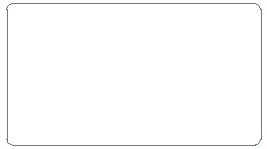
<source format=gbr>
%TF.GenerationSoftware,KiCad,Pcbnew,(6.0.5-0)*%
%TF.CreationDate,2022-07-05T23:04:03-07:00*%
%TF.ProjectId,trrs,74727273-2e6b-4696-9361-645f70636258,rev?*%
%TF.SameCoordinates,Original*%
%TF.FileFunction,Profile,NP*%
%FSLAX46Y46*%
G04 Gerber Fmt 4.6, Leading zero omitted, Abs format (unit mm)*
G04 Created by KiCad (PCBNEW (6.0.5-0)) date 2022-07-05 23:04:03*
%MOMM*%
%LPD*%
G01*
G04 APERTURE LIST*
%TA.AperFunction,Profile*%
%ADD10C,0.038100*%
%TD*%
G04 APERTURE END LIST*
D10*
X110000000Y-44500000D02*
G75*
G03*
X109500000Y-44000000I-500000J0D01*
G01*
X89000000Y-56000000D02*
X109500000Y-56000000D01*
X89000000Y-44000000D02*
X109500000Y-44000000D01*
X88500000Y-44500000D02*
X88500000Y-55500000D01*
X89000000Y-44000000D02*
G75*
G03*
X88500000Y-44500000I0J-500000D01*
G01*
X110000000Y-44500000D02*
X110000000Y-55500000D01*
X109500000Y-55999999D02*
G75*
G03*
X109999999Y-55500000I0J499999D01*
G01*
X88500001Y-55500000D02*
G75*
G03*
X89000000Y-55999999I499999J0D01*
G01*
M02*

</source>
